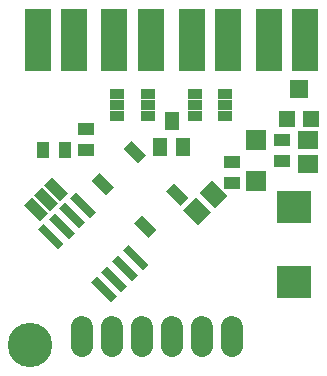
<source format=gts>
G75*
G70*
%OFA0B0*%
%FSLAX24Y24*%
%IPPOS*%
%LPD*%
%AMOC8*
5,1,8,0,0,1.08239X$1,22.5*
%
%ADD10R,0.0277X0.0946*%
%ADD11R,0.0592X0.0710*%
%ADD12R,0.0671X0.0671*%
%ADD13R,0.0552X0.0395*%
%ADD14C,0.0720*%
%ADD15R,0.0710X0.0592*%
%ADD16R,0.1143X0.1084*%
%ADD17R,0.0380X0.0680*%
%ADD18R,0.0470X0.0352*%
%ADD19R,0.0880X0.2080*%
%ADD20R,0.0356X0.0749*%
%ADD21R,0.0395X0.0552*%
%ADD22R,0.0474X0.0631*%
%ADD23R,0.0592X0.0592*%
%ADD24R,0.0552X0.0572*%
%ADD25C,0.1480*%
D10*
G36*
X005912Y005264D02*
X006108Y005460D01*
X006776Y004792D01*
X006580Y004596D01*
X005912Y005264D01*
G37*
G36*
X006265Y005617D02*
X006461Y005813D01*
X007129Y005145D01*
X006933Y004949D01*
X006265Y005617D01*
G37*
G36*
X006619Y005971D02*
X006815Y006167D01*
X007483Y005499D01*
X007287Y005303D01*
X006619Y005971D01*
G37*
G36*
X006972Y006324D02*
X007168Y006520D01*
X007836Y005852D01*
X007640Y005656D01*
X006972Y006324D01*
G37*
G36*
X005216Y008080D02*
X005412Y008276D01*
X006080Y007608D01*
X005884Y007412D01*
X005216Y008080D01*
G37*
G36*
X004865Y007730D02*
X005061Y007926D01*
X005729Y007258D01*
X005533Y007062D01*
X004865Y007730D01*
G37*
G36*
X004512Y007376D02*
X004708Y007572D01*
X005376Y006904D01*
X005180Y006708D01*
X004512Y007376D01*
G37*
G36*
X004158Y007023D02*
X004354Y007219D01*
X005022Y006551D01*
X004826Y006355D01*
X004158Y007023D01*
G37*
D11*
G36*
X008984Y007679D02*
X009403Y008098D01*
X009904Y007597D01*
X009485Y007178D01*
X008984Y007679D01*
G37*
G36*
X009541Y008236D02*
X009960Y008655D01*
X010461Y008154D01*
X010042Y007735D01*
X009541Y008236D01*
G37*
D12*
X011428Y008633D03*
X011428Y010011D03*
D13*
X012283Y010012D03*
X012283Y009303D03*
X010623Y009277D03*
X010623Y008568D03*
X005753Y009678D03*
X005753Y010387D03*
D14*
X005608Y003787D02*
X005608Y003147D01*
X006608Y003147D02*
X006608Y003787D01*
X007608Y003787D02*
X007608Y003147D01*
X008608Y003147D02*
X008608Y003787D01*
X009608Y003787D02*
X009608Y003147D01*
X010608Y003147D02*
X010608Y003787D01*
D15*
X013163Y009219D03*
X013163Y010006D03*
D16*
X012693Y007755D03*
X012693Y005259D03*
D17*
G36*
X008407Y008292D02*
X008675Y008560D01*
X009155Y008080D01*
X008887Y007812D01*
X008407Y008292D01*
G37*
G36*
X007347Y007232D02*
X007615Y007500D01*
X008095Y007020D01*
X007827Y006752D01*
X007347Y007232D01*
G37*
G36*
X005932Y008646D02*
X006200Y008914D01*
X006680Y008434D01*
X006412Y008166D01*
X005932Y008646D01*
G37*
G36*
X006993Y009707D02*
X007261Y009975D01*
X007741Y009495D01*
X007473Y009227D01*
X006993Y009707D01*
G37*
D18*
X006791Y010803D03*
X006791Y011177D03*
X006791Y011551D03*
X007815Y011551D03*
X007815Y011177D03*
X007815Y010803D03*
X009371Y010803D03*
X009371Y011177D03*
X009371Y011551D03*
X010395Y011551D03*
X010395Y011177D03*
X010395Y010803D03*
D19*
X010492Y013337D03*
X009274Y013337D03*
X007912Y013347D03*
X006694Y013347D03*
X005352Y013347D03*
X004134Y013347D03*
X011834Y013337D03*
X013052Y013337D03*
D20*
G36*
X005143Y008230D02*
X004891Y007978D01*
X004363Y008506D01*
X004615Y008758D01*
X005143Y008230D01*
G37*
G36*
X004809Y007896D02*
X004557Y007644D01*
X004029Y008172D01*
X004281Y008424D01*
X004809Y007896D01*
G37*
G36*
X004475Y007562D02*
X004223Y007310D01*
X003695Y007838D01*
X003947Y008090D01*
X004475Y007562D01*
G37*
D21*
X004329Y009657D03*
X005037Y009657D03*
D22*
X008229Y009784D03*
X008977Y009784D03*
X008603Y010650D03*
D23*
X012843Y011689D03*
D24*
X013237Y010695D03*
X012449Y010695D03*
D25*
X003883Y003177D03*
M02*

</source>
